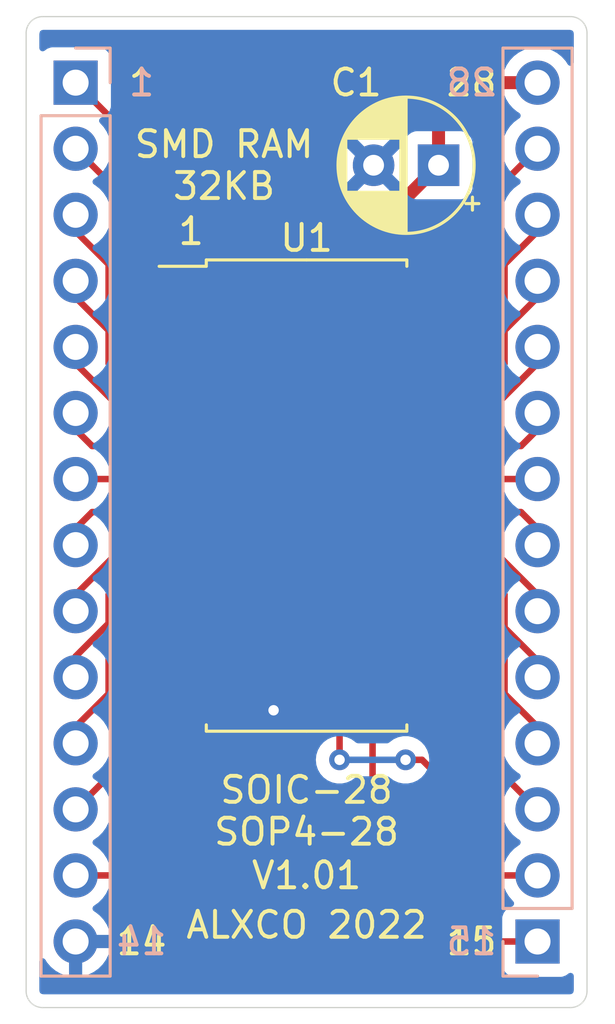
<source format=kicad_pcb>
(kicad_pcb (version 20211014) (generator pcbnew)
  (layers (0 "F.Cu" signal) (31 "B.Cu" signal) (34 "B.Paste" user) (35 "F.Paste" user) (36 "B.SilkS" user "B.Silkscreen") (37 "F.SilkS" user "F.Silkscreen") (38 "B.Mask" user) (39 "F.Mask" user) (44 "Edge.Cuts" user))
  (net 0 "")
  (net 1 "GND")
  (net 2 "+5V")
  (net 3 "/D2")
  (net 4 "/D1")
  (net 5 "/D0")
  (net 6 "/A0")
  (net 7 "/A1")
  (net 8 "/A2")
  (net 9 "/A3")
  (net 10 "/A4")
  (net 11 "/A5")
  (net 12 "/A6")
  (net 13 "/A7")
  (net 14 "/A12")
  (net 15 "/AA14")
  (net 16 "/WR_N")
  (net 17 "/AA13")
  (net 18 "/A8")
  (net 19 "/A9")
  (net 20 "/A11")
  (net 21 "/RD_N")
  (net 22 "/A10")
  (net 23 "/RAMCS_N")
  (net 24 "/D7")
  (net 25 "/D6")
  (net 26 "/D5")
  (net 27 "/D4")
  (net 28 "/D3")
  (footprint "Capacitor_THT:CP_Radial_D5.0mm_P2.50mm" (layer "F.Cu") (at 41.91 28.575 180)
    (fp_text reference "C1" (at 3.175 3.175) (layer "F.SilkS"))
    (fp_text value "100n")
    (fp_line (start 3.051 1.04) (end 3.051 1.864) (layer "F.SilkS") (width 0.12))
    (fp_line (start 3.171 1.04) (end 3.171 1.743) (layer "F.SilkS") (width 0.12))
    (fp_line (start 3.251 1.04) (end 3.251 1.653) (layer "F.SilkS") (width 0.12))
    (fp_line (start 2.291 -2.365) (end 2.291 -1.04) (layer "F.SilkS") (width 0.12))
    (fp_line (start 2.171 1.04) (end 2.171 2.414) (layer "F.SilkS") (width 0.12))
    (fp_line (start 2.731 -2.122) (end 2.731 -1.04) (layer "F.SilkS") (width 0.12))
    (fp_line (start 2.531 1.04) (end 2.531 2.247) (layer "F.SilkS") (width 0.12))
    (fp_line (start 2.691 1.04) (end 2.691 2.149) (layer "F.SilkS") (width 0.12))
    (fp_line (start 3.531 -1.251) (end 3.531 -1.04) (layer "F.SilkS") (width 0.12))
    (fp_line (start 2.091 1.04) (end 2.091 2.442) (layer "F.SilkS") (width 0.12))
    (fp_line (start 3.211 -1.699) (end 3.211 -1.04) (layer "F.SilkS") (width 0.12))
    (fp_line (start -1.554775 -1.475) (end -1.054775 -1.475) (layer "F.SilkS") (width 0.12))
    (fp_line (start 1.25 -2.58) (end 1.25 2.58) (layer "F.SilkS") (width 0.12))
    (fp_line (start 1.53 -2.565) (end 1.53 -1.04) (layer "F.SilkS") (width 0.12))
    (fp_line (start 3.371 -1.5) (end 3.371 -1.04) (layer "F.SilkS") (width 0.12))
    (fp_line (start 1.69 -2.543) (end 1.69 -1.04) (layer "F.SilkS") (width 0.12))
    (fp_line (start 1.61 -2.556) (end 1.61 -1.04) (layer "F.SilkS") (width 0.12))
    (fp_line (start 1.85 1.04) (end 1.85 2.511) (layer "F.SilkS") (width 0.12))
    (fp_line (start 3.851 -0.284) (end 3.851 0.284) (layer "F.SilkS") (width 0.12))
    (fp_line (start 2.771 1.04) (end 2.771 2.095) (layer "F.SilkS") (width 0.12))
    (fp_line (start 1.45 -2.573) (end 1.45 2.573) (layer "F.SilkS") (width 0.12))
    (fp_line (start 2.131 -2.428) (end 2.131 -1.04) (layer "F.SilkS") (width 0.12))
    (fp_line (start 2.251 -2.382) (end 2.251 -1.04) (layer "F.SilkS") (width 0.12))
    (fp_line (start 1.77 -2.528) (end 1.77 -1.04) (layer "F.SilkS") (width 0.12))
    (fp_line (start 3.411 1.04) (end 3.411 1.443) (layer "F.SilkS") (width 0.12))
    (fp_line (start 3.171 -1.743) (end 3.171 -1.04) (layer "F.SilkS") (width 0.12))
    (fp_line (start 3.651 -1.011) (end 3.651 1.011) (layer "F.SilkS") (width 0.12))
    (fp_line (start 2.171 -2.414) (end 2.171 -1.04) (layer "F.SilkS") (width 0.12))
    (fp_line (start 2.011 1.04) (end 2.011 2.468) (layer "F.SilkS") (width 0.12))
    (fp_line (start 2.651 -2.175) (end 2.651 -1.04) (layer "F.SilkS") (width 0.12))
    (fp_line (start 3.331 -1.554) (end 3.331 -1.04) (layer "F.SilkS") (width 0.12))
    (fp_line (start 3.091 1.04) (end 3.091 1.826) (layer "F.SilkS") (width 0.12))
    (fp_line (start 2.291 1.04) (end 2.291 2.365) (layer "F.SilkS") (width 0.12))
    (fp_line (start 3.811 -0.518) (end 3.811 0.518) (layer "F.SilkS") (width 0.12))
    (fp_line (start 3.411 -1.443) (end 3.411 -1.04) (layer "F.SilkS") (width 0.12))
    (fp_line (start 1.65 1.04) (end 1.65 2.55) (layer "F.SilkS") (width 0.12))
    (fp_line (start 2.971 1.04) (end 2.971 1.937) (layer "F.SilkS") (width 0.12))
    (fp_line (start 2.891 1.04) (end 2.891 2.004) (layer "F.SilkS") (width 0.12))
    (fp_line (start 3.051 -1.864) (end 3.051 -1.04) (layer "F.SilkS") (width 0.12))
    (fp_line (start 1.89 -2.501) (end 1.89 -1.04) (layer "F.SilkS") (width 0.12))
    (fp_line (start 2.491 -2.268) (end 2.491 -1.04) (layer "F.SilkS") (width 0.12))
    (fp_line (start 1.81 1.04) (end 1.81 2.52) (layer "F.SilkS") (width 0.12))
    (fp_line (start 2.811 1.04) (end 2.811 2.065) (layer "F.SilkS") (width 0.12))
    (fp_line (start 2.851 -2.035) (end 2.851 -1.04) (layer "F.SilkS") (width 0.12))
    (fp_line (start 2.771 -2.095) (end 2.771 -1.04) (layer "F.SilkS") (width 0.12))
    (fp_line (start 2.571 1.04) (end 2.571 2.224) (layer "F.SilkS") (width 0.12))
    (fp_line (start 1.57 1.04) (end 1.57 2.561) (layer "F.SilkS") (width 0.12))
    (fp_line (start 3.611 -1.098) (end 3.611 1.098) (layer "F.SilkS") (width 0.12))
    (fp_line (start 2.851 1.04) (end 2.851 2.035) (layer "F.SilkS") (width 0.12))
    (fp_line (start 3.491 -1.319) (end 3.491 -1.04) (layer "F.SilkS") (width 0.12))
    (fp_line (start 1.93 -2.491) (end 1.93 -1.04) (layer "F.SilkS") (width 0.12))
    (fp_line (start 1.41 -2.576) (end 1.41 2.576) (layer "F.SilkS") (width 0.12))
    (fp_line (start 2.491 1.04) (end 2.491 2.268) (layer "F.SilkS") (width 0.12))
    (fp_line (start 3.771 -0.677) (end 3.771 0.677) (layer "F.SilkS") (width 0.12))
    (fp_line (start 3.331 1.04) (end 3.331 1.554) (layer "F.SilkS") (width 0.12))
    (fp_line (start 3.211 1.04) (end 3.211 1.699) (layer "F.SilkS") (width 0.12))
    (fp_line (start 3.011 1.04) (end 3.011 1.901) (layer "F.SilkS") (width 0.12))
    (fp_line (start 2.251 1.04) (end 2.251 2.382) (layer "F.SilkS") (width 0.12))
    (fp_line (start 2.211 1.04) (end 2.211 2.398) (layer "F.SilkS") (width 0.12))
    (fp_line (start 2.091 -2.442) (end 2.091 -1.04) (layer "F.SilkS") (width 0.12))
    (fp_line (start 3.451 1.04) (end 3.451 1.383) (layer "F.SilkS") (width 0.12))
    (fp_line (start 2.011 -2.468) (end 2.011 -1.04) (layer "F.SilkS") (width 0.12))
    (fp_line (start 2.971 -1.937) (end 2.971 -1.04) (layer "F.SilkS") (width 0.12))
    (fp_line (start 2.371 -2.329) (end 2.371 -1.04) (layer "F.SilkS") (width 0.12))
    (fp_line (start 1.971 1.04) (end 1.971 2.48) (layer "F.SilkS") (width 0.12))
    (fp_line (start 2.611 -2.2) (end 2.611 -1.04) (layer "F.SilkS") (width 0.12))
    (fp_line (start 2.691 -2.149) (end 2.691 -1.04) (layer "F.SilkS") (width 0.12))
    (fp_line (start 3.131 -1.785) (end 3.131 -1.04) (layer "F.SilkS") (width 0.12))
    (fp_line (start 3.691 -0.915) (end 3.691 0.915) (layer "F.SilkS") (width 0.12))
    (fp_line (start 3.531 1.04) (end 3.531 1.251) (layer "F.SilkS") (width 0.12))
    (fp_line (start 3.371 1.04) (end 3.371 1.5) (layer "F.SilkS") (width 0.12))
    (fp_line (start 3.291 -1.605) (end 3.291 -1.04) (layer "F.SilkS") (width 0.12))
    (fp_line (start 1.971 -2.48) (end 1.971 -1.04) (layer "F.SilkS") (width 0.12))
    (fp_line (start 1.61 1.04) (end 1.61 2.556) (layer "F.SilkS") (width 0.12))
    (fp_line (start 3.731 -0.805) (end 3.731 0.805) (layer "F.SilkS") (width 0.12))
    (fp_line (start 1.49 -2.569) (end 1.49 -1.04) (layer "F.SilkS") (width 0.12))
    (fp_line (start 2.371 1.04) (end 2.371 2.329) (layer "F.SilkS") (width 0.12))
    (fp_line (start 1.29 -2.58) (end 1.29 2.58) (layer "F.SilkS") (width 0.12))
    (fp_line (start 2.571 -2.224) (end 2.571 -1.04) (layer "F.SilkS") (width 0.12))
    (fp_line (start 2.411 -2.31) (end 2.411 -1.04) (layer "F.SilkS") (width 0.12))
    (fp_line (start 1.49 1.04) (end 1.49 2.569) (layer "F.SilkS") (width 0.12))
    (fp_line (start 1.37 -2.578) (end 1.37 2.578) (layer "F.SilkS") (width 0.12))
    (fp_line (start 1.73 -2.536) (end 1.73 -1.04) (layer "F.SilkS") (width 0.12))
    (fp_line (start 1.73 1.04) (end 1.73 2.536) (layer "F.SilkS") (width 0.12))
    (fp_line (start 2.051 -2.455) (end 2.051 -1.04) (layer "F.SilkS") (width 0.12))
    (fp_line (start 3.451 -1.383) (end 3.451 -1.04) (layer "F.SilkS") (width 0.12))
    (fp_line (start 2.611 1.04) (end 2.611 2.2) (layer "F.SilkS") (width 0.12))
    (fp_line (start 2.651 1.04) (end 2.651 2.175) (layer "F.SilkS") (width 0.12))
    (fp_line (start 2.051 1.04) (end 2.051 2.455) (layer "F.SilkS") (width 0.12))
    (fp_line (start 3.491 1.04) (end 3.491 1.319) (layer "F.SilkS") (width 0.12))
    (fp_line (start 2.451 1.04) (end 2.451 2.29) (layer "F.SilkS") (width 0.12))
    (fp_line (start 2.931 -1.971) (end 2.931 -1.04) (layer "F.SilkS") (width 0.12))
    (fp_line (start 2.931 1.04) (end 2.931 1.971) (layer "F.SilkS") (width 0.12))
    (fp_line (start 1.53 1.04) (end 1.53 2.565) (layer "F.SilkS") (width 0.12))
    (fp_line (start 2.411 1.04) (end 2.411 2.31) (layer "F.SilkS") (width 0.12))
    (fp_line (start 1.65 -2.55) (end 1.65 -1.04) (layer "F.SilkS") (width 0.12))
    (fp_line (start 1.33 -2.579) (end 1.33 2.579) (layer "F.SilkS") (width 0.12))
    (fp_line (start 1.77 1.04) (end 1.77 2.528) (layer "F.SilkS") (width 0.12))
    (fp_line (start 3.131 1.04) (end 3.131 1.785) (layer "F.SilkS") (width 0.12))
    (fp_line (start 2.731 1.04) (end 2.731 2.122) (layer "F.SilkS") (width 0.12))
    (fp_line (start 3.251 -1.653) (end 3.251 -1.04) (layer "F.SilkS") (width 0.12))
    (fp_line (start 2.211 -2.398) (end 2.211 -1.04) (layer "F.SilkS") (width 0.12))
    (fp_line (start 2.331 -2.348) (end 2.331 -1.04) (layer "F.SilkS") (width 0.12))
    (fp_line (start 2.531 -2.247) (end 2.531 -1.04) (layer "F.SilkS") (width 0.12))
    (fp_line (start 2.811 -2.065) (end 2.811 -1.04) (layer "F.SilkS") (width 0.12))
    (fp_line (start 1.89 1.04) (end 1.89 2.501) (layer "F.SilkS") (width 0.12))
    (fp_line (start 3.571 -1.178) (end 3.571 1.178) (layer "F.SilkS") (width 0.12))
    (fp_line (start 2.451 -2.29) (end 2.451 -1.04) (layer "F.SilkS") (width 0.12))
    (fp_line (start 3.091 -1.826) (end 3.091 -1.04) (layer "F.SilkS") (width 0.12))
    (fp_line (start 2.131 1.04) (end 2.131 2.428) (layer "F.SilkS") (width 0.12))
    (fp_line (start 1.57 -2.561) (end 1.57 -1.04) (layer "F.SilkS") (width 0.12))
    (fp_line (start -1.304775 -1.725) (end -1.304775 -1.225) (layer "F.SilkS") (width 0.12))
    (fp_line (start 2.331 1.04) (end 2.331 2.348) (layer "F.SilkS") (width 0.12))
    (fp_line (start 1.93 1.04) (end 1.93 2.491) (layer "F.SilkS") (width 0.12))
    (fp_line (start 3.011 -1.901) (end 3.011 -1.04) (layer "F.SilkS") (width 0.12))
    (fp_line (start 2.891 -2.004) (end 2.891 -1.04) (layer "F.SilkS") (width 0.12))
    (fp_line (start 3.291 1.04) (end 3.291 1.605) (layer "F.SilkS") (width 0.12))
    (fp_line (start 1.69 1.04) (end 1.69 2.543) (layer "F.SilkS") (width 0.12))
    (fp_line (start 1.85 -2.511) (end 1.85 -1.04) (layer "F.SilkS") (width 0.12))
    (fp_line (start 1.81 -2.52) (end 1.81 -1.04) (layer "F.SilkS") (width 0.12))
    (fp_circle (center 1.25 0) (end 3.87 0) (layer "F.SilkS") (width 0.12) (fill none))
    (pad "1" thru_hole rect locked (at 0 0 180) (size 1.6 1.6) (drill 0.8) (layers *.Cu *.Mask) (net 2 "+5V"))
    (pad "2" thru_hole circle locked (at 2.5 0 180) (size 1.6 1.6) (drill 0.8) (layers *.Cu *.Mask) (net 1 "GND"))
  )
  (footprint "RAMboard:SOIC-28custom" (layer "F.Cu") (at 36.83 41.275)
    (fp_text reference "U1" (at 0 -9.9) (layer "F.SilkS"))
    (fp_text value "FM18W08-SG")
    (fp_line (start 0 -9.06) (end -3.86 -9.06) (layer "F.SilkS") (width 0.12))
    (fp_line (start 0 9.06) (end 3.86 9.06) (layer "F.SilkS") (width 0.12))
    (fp_line (start 0 -9.06) (end 3.86 -9.06) (layer "F.SilkS") (width 0.12))
    (fp_line (start 3.86 -9.06) (end 3.86 -8.815) (layer "F.SilkS") (width 0.12))
    (fp_line (start 3.86 9.06) (end 3.86 8.815) (layer "F.SilkS") (width 0.12))
    (fp_line (start -3.86 9.06) (end -3.86 8.815) (layer "F.SilkS") (width 0.12))
    (fp_line (start -3.86 -9.06) (end -3.86 -8.815) (layer "F.SilkS") (width 0.12))
    (fp_line (start 0 9.06) (end -3.86 9.06) (layer "F.SilkS") (width 0.12))
    (fp_line (start -3.86 -8.815) (end -5.675 -8.815) (layer "F.SilkS") (width 0.12))
    (pad "1" smd roundrect locked (at -4.65 -8.255) (size 3 0.8) (layers "F.Cu" "F.Paste" "F.Mask") (net 15 "/AA14"))
    (pad "2" smd roundrect locked (at -4.65 -6.985) (size 3 0.8) (layers "F.Cu" "F.Paste" "F.Mask") (net 14 "/A12"))
    (pad "3" smd roundrect locked (at -4.65 -5.715) (size 3 0.8) (layers "F.Cu" "F.Paste" "F.Mask") (net 13 "/A7"))
    (pad "4" smd roundrect locked (at -4.65 -4.445) (size 3 0.8) (layers "F.Cu" "F.Paste" "F.Mask") (net 12 "/A6"))
    (pad "5" smd roundrect locked (at -4.65 -3.175) (size 3 0.8) (layers "F.Cu" "F.Paste" "F.Mask") (net 11 "/A5"))
    (pad "6" smd roundrect locked (at -4.65 -1.905) (size 3 0.8) (layers "F.Cu" "F.Paste" "F.Mask") (net 10 "/A4"))
    (pad "7" smd roundrect locked (at -4.65 -0.635) (size 3 0.8) (layers "F.Cu" "F.Paste" "F.Mask") (net 9 "/A3"))
    (pad "8" smd roundrect locked (at -4.65 0.635) (size 3 0.8) (layers "F.Cu" "F.Paste" "F.Mask") (net 8 "/A2"))
    (pad "9" smd roundrect locked (at -4.65 1.905) (size 3 0.8) (layers "F.Cu" "F.Paste" "F.Mask") (net 7 "/A1"))
    (pad "10" smd roundrect locked (at -4.65 3.175) (size 3 0.8) (layers "F.Cu" "F.Paste" "F.Mask") (net 6 "/A0"))
    (pad "11" smd roundrect locked (at -4.65 4.445) (size 3 0.8) (layers "F.Cu" "F.Paste" "F.Mask") (net 5 "/D0"))
    (pad "12" smd roundrect locked (at -4.65 5.715) (size 3 0.8) (layers "F.Cu" "F.Paste" "F.Mask") (net 4 "/D1"))
    (pad "13" smd roundrect locked (at -4.65 6.985) (size 3 0.8) (layers "F.Cu" "F.Paste" "F.Mask") (net 3 "/D2"))
    (pad "14" smd roundrect locked (at -4.65 8.255) (size 3 0.8) (layers "F.Cu" "F.Paste" "F.Mask") (net 1 "GND"))
    (pad "15" smd roundrect locked (at 4.65 8.255) (size 3 0.8) (layers "F.Cu" "F.Paste" "F.Mask") (net 28 "/D3"))
    (pad "16" smd roundrect locked (at 4.65 6.985) (size 3 0.8) (layers "F.Cu" "F.Paste" "F.Mask") (net 27 "/D4"))
    (pad "17" smd roundrect locked (at 4.65 5.715) (size 3 0.8) (layers "F.Cu" "F.Paste" "F.Mask") (net 26 "/D5"))
    (pad "18" smd roundrect locked (at 4.65 4.445) (size 3 0.8) (layers "F.Cu" "F.Paste" "F.Mask") (net 25 "/D6"))
    (pad "19" smd roundrect locked (at 4.65 3.175) (size 3 0.8) (layers "F.Cu" "F.Paste" "F.Mask") (net 24 "/D7"))
    (pad "20" smd roundrect locked (at 4.65 1.905) (size 3 0.8) (layers "F.Cu" "F.Paste" "F.Mask") (net 23 "/RAMCS_N"))
    (pad "21" smd roundrect locked (at 4.65 0.635) (size 3 0.8) (layers "F.Cu" "F.Paste" "F.Mask") (net 22 "/A10"))
    (pad "22" smd roundrect locked (at 4.65 -0.635) (size 3 0.8) (layers "F.Cu" "F.Paste" "F.Mask") (net 21 "/RD_N"))
    (pad "23" smd roundrect locked (at 4.65 -1.905) (size 3 0.8) (layers "F.Cu" "F.Paste" "F.Mask") (net 20 "/A11"))
    (pad "24" smd roundrect locked (at 4.65 -3.175) (size 3 0.8) (layers "F.Cu" "F.Paste" "F.Mask") (net 19 "/A9"))
    (pad "25" smd roundrect locked (at 4.65 -4.445) (size 3 0.8) (layers "F.Cu" "F.Paste" "F.Mask") (net 18 "/A8"))
    (pad "26" smd roundrect locked (at 4.65 -5.715) (size 3 0.8) (layers "F.Cu" "F.Paste" "F.Mask") (net 17 "/AA13"))
    (pad "27" smd roundrect locked (at 4.65 -6.985) (size 3 0.8) (layers "F.Cu" "F.Paste" "F.Mask") (net 16 "/WR_N"))
    (pad "28" smd roundrect locked (at 4.65 -8.255) (size 3 0.8) (layers "F.Cu" "F.Paste" "F.Mask") (net 2 "+5V"))
  )
  (footprint "Connector_PinHeader_2.54mm:PinHeader_1x14_P2.54mm_Vertical" (layer "B.Cu") (at 27.94 25.4 180)
    (fp_text reference "J1" hide)
    (fp_text value "RAMC_L")
    (fp_line (start -1.33 1.33) (end 0 1.33) (layer "B.SilkS") (width 0.12))
    (fp_line (start 1.33 -1.27) (end 1.33 -34.35) (layer "B.SilkS") (width 0.12))
    (fp_line (start -1.33 -1.27) (end -1.33 -34.35) (layer "B.SilkS") (width 0.12))
    (fp_line (start -1.33 -34.35) (end 1.33 -34.35) (layer "B.SilkS") (width 0.12))
    (fp_line (start -1.33 0) (end -1.33 1.33) (layer "B.SilkS") (width 0.12))
    (fp_line (start -1.33 -1.27) (end 1.33 -1.27) (layer "B.SilkS") (width 0.12))
    (pad "1" thru_hole rect locked (at 0 0 180) (size 1.7 1.7) (drill 1) (layers *.Cu *.Mask) (net 15 "/AA14"))
    (pad "2" thru_hole oval locked (at 0 -2.54 180) (size 1.7 1.7) (drill 1) (layers *.Cu *.Mask) (net 14 "/A12"))
    (pad "3" thru_hole oval locked (at 0 -5.08 180) (size 1.7 1.7) (drill 1) (layers *.Cu *.Mask) (net 13 "/A7"))
    (pad "4" thru_hole oval locked (at 0 -7.62 180) (size 1.7 1.7) (drill 1) (layers *.Cu *.Mask) (net 12 "/A6"))
    (pad "5" thru_hole oval locked (at 0 -10.16 180) (size 1.7 1.7) (drill 1) (layers *.Cu *.Mask) (net 11 "/A5"))
    (pad "6" thru_hole oval locked (at 0 -12.7 180) (size 1.7 1.7) (drill 1) (layers *.Cu *.Mask) (net 10 "/A4"))
    (pad "7" thru_hole oval locked (at 0 -15.24 180) (size 1.7 1.7) (drill 1) (layers *.Cu *.Mask) (net 9 "/A3"))
    (pad "8" thru_hole oval locked (at 0 -17.78 180) (size 1.7 1.7) (drill 1) (layers *.Cu *.Mask) (net 8 "/A2"))
    (pad "9" thru_hole oval locked (at 0 -20.32 180) (size 1.7 1.7) (drill 1) (layers *.Cu *.Mask) (net 7 "/A1"))
    (pad "10" thru_hole oval locked (at 0 -22.86 180) (size 1.7 1.7) (drill 1) (layers *.Cu *.Mask) (net 6 "/A0"))
    (pad "11" thru_hole oval locked (at 0 -25.4 180) (size 1.7 1.7) (drill 1) (layers *.Cu *.Mask) (net 5 "/D0"))
    (pad "12" thru_hole oval locked (at 0 -27.94 180) (size 1.7 1.7) (drill 1) (layers *.Cu *.Mask) (net 4 "/D1"))
    (pad "13" thru_hole oval locked (at 0 -30.48 180) (size 1.7 1.7) (drill 1) (layers *.Cu *.Mask) (net 3 "/D2"))
    (pad "14" thru_hole oval locked (at 0 -33.02 180) (size 1.7 1.7) (drill 1) (layers *.Cu *.Mask) (net 1 "GND"))
  )
  (footprint "Connector_PinHeader_2.54mm:PinHeader_1x14_P2.54mm_Vertical" (layer "B.Cu") (at 45.72 58.42)
    (fp_text reference "J2" hide)
    (fp_text value "RAMC_R")
    (fp_line (start -1.33 0) (end -1.33 1.33) (layer "B.SilkS") (width 0.12))
    (fp_line (start -1.33 -34.35) (end 1.33 -34.35) (layer "B.SilkS") (width 0.12))
    (fp_line (start -1.33 -1.27) (end 1.33 -1.27) (layer "B.SilkS") (width 0.12))
    (fp_line (start 1.33 -1.27) (end 1.33 -34.35) (layer "B.SilkS") (width 0.12))
    (fp_line (start -1.33 -1.27) (end -1.33 -34.35) (layer "B.SilkS") (width 0.12))
    (fp_line (start -1.33 1.33) (end 0 1.33) (layer "B.SilkS") (width 0.12))
    (pad "1" thru_hole rect locked (at 0 0) (size 1.7 1.7) (drill 1) (layers *.Cu *.Mask) (net 28 "/D3"))
    (pad "2" thru_hole oval locked (at 0 -2.54) (size 1.7 1.7) (drill 1) (layers *.Cu *.Mask) (net 27 "/D4"))
    (pad "3" thru_hole oval locked (at 0 -5.08) (size 1.7 1.7) (drill 1) (layers *.Cu *.Mask) (net 26 "/D5"))
    (pad "4" thru_hole oval locked (at 0 -7.62) (size 1.7 1.7) (drill 1) (layers *.Cu *.Mask) (net 25 "/D6"))
    (pad "5" thru_hole oval locked (at 0 -10.16) (size 1.7 1.7) (drill 1) (layers *.Cu *.Mask) (net 24 "/D7"))
    (pad "6" thru_hole oval locked (at 0 -12.7) (size 1.7 1.7) (drill 1) (layers *.Cu *.Mask) (net 23 "/RAMCS_N"))
    (pad "7" thru_hole oval locked (at 0 -15.24) (size 1.7 1.7) (drill 1) (layers *.Cu *.Mask) (net 22 "/A10"))
    (pad "8" thru_hole oval locked (at 0 -17.78) (size 1.7 1.7) (drill 1) (layers *.Cu *.Mask) (net 21 "/RD_N"))
    (pad "9" thru_hole oval locked (at 0 -20.32) (size 1.7 1.7) (drill 1) (layers *.Cu *.Mask) (net 20 "/A11"))
    (pad "10" thru_hole oval locked (at 0 -22.86) (size 1.7 1.7) (drill 1) (layers *.Cu *.Mask) (net 19 "/A9"))
    (pad "11" thru_hole oval locked (at 0 -25.4) (size 1.7 1.7) (drill 1) (layers *.Cu *.Mask) (net 18 "/A8"))
    (pad "12" thru_hole oval locked (at 0 -27.94) (size 1.7 1.7) (drill 1) (layers *.Cu *.Mask) (net 17 "/AA13"))
    (pad "13" thru_hole oval locked (at 0 -30.48) (size 1.7 1.7) (drill 1) (layers *.Cu *.Mask) (net 16 "/WR_N"))
    (pad "14" thru_hole oval locked (at 0 -33.02) (size 1.7 1.7) (drill 1) (layers *.Cu *.Mask) (net 2 "+5V"))
  )
  (gr_line (start 26.035 23.495) (end 26.035 60.325) (layer "Edge.Cuts") (width 0.05))
  (gr_arc (start 46.99 22.86) (mid 47.439013 23.045987) (end 47.625 23.495) (layer "Edge.Cuts") (width 0.05))
  (gr_line (start 26.67 22.86) (end 46.99 22.86) (layer "Edge.Cuts") (width 0.05))
  (gr_arc (start 26.67 60.96) (mid 26.220987 60.774013) (end 26.035 60.325) (layer "Edge.Cuts") (width 0.05))
  (gr_line (start 47.625 60.325) (end 47.625 23.495) (layer "Edge.Cuts") (width 0.05))
  (gr_arc (start 26.035 23.495) (mid 26.220987 23.045987) (end 26.67 22.86) (layer "Edge.Cuts") (width 0.05))
  (gr_arc (start 47.625 60.325) (mid 47.439013 60.774013) (end 46.99 60.96) (layer "Edge.Cuts") (width 0.05))
  (gr_line (start 26.67 60.96) (end 46.99 60.96) (layer "Edge.Cuts") (width 0.05))
  (gr_text "28" (at 43.18 25.4) (layer "B.SilkS") (effects (font (size 1 1)) (justify mirror)))
  (gr_text "15" (at 43.18 58.42) (layer "B.SilkS") (effects (font (size 1 1)) (justify mirror)))
  (gr_text "1" (at 30.48 25.4) (layer "B.SilkS") (effects (font (size 1 1)) (justify mirror)))
  (gr_text "14" (at 30.48 58.42) (layer "B.SilkS") (effects (font (size 1 1)) (justify mirror)))
  (gr_text "1" (at 30.48 25.4) (layer "F.SilkS") (effects (font (size 1 1))))
  (gr_text "V1.01" (at 36.83 55.88) (layer "F.SilkS") (effects (font (size 1 1))))
  (gr_text "15" (at 43.18 58.42) (layer "F.SilkS") (effects (font (size 1 1))))
  (gr_text "28" (at 43.18 25.4) (layer "F.SilkS") (effects (font (size 1 1))))
  (gr_text "1" (at 32.385 31.115) (layer "F.SilkS") (effects (font (size 1 1))))
  (gr_text "SOIC-28\nSOP4-28" (at 36.83 53.4) (layer "F.SilkS") (effects (font (size 1 1))))
  (gr_text "SMD RAM\n32KB" (at 33.655 28.575) (layer "F.SilkS") (effects (font (size 1 1))))
  (gr_text "ALXCO 2022" (at 36.83 57.785) (layer "F.SilkS") (effects (font (size 1 1))))
  (gr_text "14" (at 30.48 58.42) (layer "F.SilkS") (effects (font (size 1 1))))
  (segment (start 32.18 49.53) (end 35.56 49.53) (width 0.5) (layer "F.Cu") (net 1))
  (via (at 35.56 49.53) (size 0.8) (drill 0.4) (layers "F.Cu" "B.Cu") (net 1))
  (segment (start 41.48 33.02) (end 39.37 33.02) (width 0.5) (layer "F.Cu") (net 2))
  (segment (start 41.91 28.575) (end 41.91 26.67) (width 0.5) (layer "F.Cu") (net 2))
  (segment (start 39.37 33.02) (end 38.735 32.385) (width 0.5) (layer "F.Cu") (net 2))
  (segment (start 38.735 31.75) (end 41.91 28.575) (width 0.5) (layer "F.Cu") (net 2))
  (segment (start 41.91 26.67) (end 43.18 25.4) (width 0.5) (layer "F.Cu") (net 2))
  (segment (start 38.735 32.385) (end 38.735 31.75) (width 0.5) (layer "F.Cu") (net 2))
  (segment (start 43.18 25.4) (end 45.72 25.4) (width 0.5) (layer "F.Cu") (net 2))
  (segment (start 36.195 48.26) (end 36.83 48.895) (width 0.25) (layer "F.Cu") (net 3))
  (segment (start 32.18 48.26) (end 36.195 48.26) (width 0.25) (layer "F.Cu") (net 3))
  (segment (start 31.115 55.88) (end 27.94 55.88) (width 0.25) (layer "F.Cu") (net 3))
  (segment (start 36.83 50.165) (end 31.115 55.88) (width 0.25) (layer "F.Cu") (net 3))
  (segment (start 36.83 48.895) (end 36.83 50.165) (width 0.25) (layer "F.Cu") (net 3))
  (segment (start 29.845 47.625) (end 29.845 51.435) (width 0.25) (layer "F.Cu") (net 4))
  (segment (start 29.845 51.435) (end 27.94 53.34) (width 0.25) (layer "F.Cu") (net 4))
  (segment (start 30.48 46.99) (end 29.845 47.625) (width 0.25) (layer "F.Cu") (net 4))
  (segment (start 32.18 46.99) (end 30.48 46.99) (width 0.25) (layer "F.Cu") (net 4))
  (segment (start 32.18 45.72) (end 30.48 45.72) (width 0.25) (layer "F.Cu") (net 5))
  (segment (start 30.48 45.72) (end 29.21 46.99) (width 0.25) (layer "F.Cu") (net 5))
  (segment (start 29.21 46.99) (end 29.21 48.895) (width 0.25) (layer "F.Cu") (net 5))
  (segment (start 27.94 50.165) (end 27.94 50.8) (width 0.25) (layer "F.Cu") (net 5))
  (segment (start 29.21 48.895) (end 27.94 50.165) (width 0.25) (layer "F.Cu") (net 5))
  (segment (start 29.21 46.189002) (end 27.94 47.459002) (width 0.25) (layer "F.Cu") (net 6))
  (segment (start 32.18 44.45) (end 29.845 44.45) (width 0.25) (layer "F.Cu") (net 6))
  (segment (start 29.845 44.45) (end 29.21 45.085) (width 0.25) (layer "F.Cu") (net 6))
  (segment (start 29.21 45.085) (end 29.21 46.189002) (width 0.25) (layer "F.Cu") (net 6))
  (segment (start 27.94 47.459002) (end 27.94 48.26) (width 0.25) (layer "F.Cu") (net 6))
  (segment (start 27.94 45.085) (end 27.94 45.72) (width 0.25) (layer "F.Cu") (net 7))
  (segment (start 32.18 43.18) (end 29.845 43.18) (width 0.25) (layer "F.Cu") (net 7))
  (segment (start 29.845 43.18) (end 27.94 45.085) (width 0.25) (layer "F.Cu") (net 7))
  (segment (start 28.575 41.91) (end 27.94 42.545) (width 0.25) (layer "F.Cu") (net 8))
  (segment (start 27.94 42.545) (end 27.94 43.18) (width 0.25) (layer "F.Cu") (net 8))
  (segment (start 32.18 41.91) (end 28.575 41.91) (width 0.25) (layer "F.Cu") (net 8))
  (segment (start 32.18 40.64) (end 27.94 40.64) (width 0.25) (layer "F.Cu") (net 9))
  (segment (start 28.575 39.37) (end 27.94 38.735) (width 0.25) (layer "F.Cu") (net 10))
  (segment (start 32.18 39.37) (end 28.575 39.37) (width 0.25) (layer "F.Cu") (net 10))
  (segment (start 27.94 38.735) (end 27.94 38.1) (width 0.25) (layer "F.Cu") (net 10))
  (segment (start 29.845 38.1) (end 27.94 36.195) (width 0.25) (layer "F.Cu") (net 11))
  (segment (start 27.94 36.195) (end 27.94 35.56) (width 0.25) (layer "F.Cu") (net 11))
  (segment (start 32.18 38.1) (end 29.845 38.1) (width 0.25) (layer "F.Cu") (net 11))
  (segment (start 29.21 36.195) (end 29.21 34.925) (width 0.25) (layer "F.Cu") (net 12))
  (segment (start 27.94 33.655) (end 27.94 33.02) (width 0.25) (layer "F.Cu") (net 12))
  (segment (start 32.18 36.83) (end 29.845 36.83) (width 0.25) (layer "F.Cu") (net 12))
  (segment (start 29.845 36.83) (end 29.21 36.195) (width 0.25) (layer "F.Cu") (net 12))
  (segment (start 29.21 34.925) (end 27.94 33.655) (width 0.25) (layer "F.Cu") (net 12))
  (segment (start 30.48 35.56) (end 29.66001 34.74001) (width 0.25) (layer "F.Cu") (net 13))
  (segment (start 27.94 31.115) (end 27.94 30.48) (width 0.25) (layer "F.Cu") (net 13))
  (segment (start 29.21 34.28859) (end 29.21 32.385) (width 0.25) (layer "F.Cu") (net 13))
  (segment (start 29.21 32.385) (end 27.94 31.115) (width 0.25) (layer "F.Cu") (net 13))
  (segment (start 32.18 35.56) (end 30.48 35.56) (width 0.25) (layer "F.Cu") (net 13))
  (segment (start 29.660009 34.738599) (end 29.21 34.28859) (width 0.25) (layer "F.Cu") (net 13))
  (segment (start 29.66001 34.74001) (end 29.660009 34.738599) (width 0.25) (layer "F.Cu") (net 13))
  (segment (start 29.845 33.455) (end 29.845 29.845) (width 0.25) (layer "F.Cu") (net 14))
  (segment (start 29.845 29.845) (end 27.94 27.94) (width 0.25) (layer "F.Cu") (net 14))
  (segment (start 30.68 34.29) (end 29.845 33.455) (width 0.25) (layer "F.Cu") (net 14))
  (segment (start 32.18 34.29) (end 30.68 34.29) (width 0.25) (layer "F.Cu") (net 14))
  (segment (start 34.29 33.02) (end 32.18 33.02) (width 0.25) (layer "F.Cu") (net 15))
  (segment (start 34.6075 32.7025) (end 34.29 33.02) (width 0.25) (layer "F.Cu") (net 15))
  (segment (start 34.6075 32.7025) (end 34.6075 32.0675) (width 0.25) (layer "F.Cu") (net 15))
  (segment (start 34.6075 32.0675) (end 34.29 31.75) (width 0.25) (layer "F.Cu") (net 15))
  (segment (start 27.94 25.4) (end 34.29 31.75) (width 0.25) (layer "F.Cu") (net 15))
  (segment (start 43.815 33.655) (end 43.815 29.845) (width 0.25) (layer "F.Cu") (net 16))
  (segment (start 43.18 34.29) (end 43.815 33.655) (width 0.25) (layer "F.Cu") (net 16))
  (segment (start 41.48 34.29) (end 43.18 34.29) (width 0.25) (layer "F.Cu") (net 16))
  (segment (start 43.815 29.845) (end 45.72 27.94) (width 0.25) (layer "F.Cu") (net 16))
  (segment (start 43.999991 34.738599) (end 44.45 34.28859) (width 0.25) (layer "F.Cu") (net 17))
  (segment (start 45.72 31.115) (end 45.72 30.48) (width 0.25) (layer "F.Cu") (net 17))
  (segment (start 43.99999 34.74001) (end 43.999991 34.738599) (width 0.25) (layer "F.Cu") (net 17))
  (segment (start 44.45 32.385) (end 45.72 31.115) (width 0.25) (layer "F.Cu") (net 17))
  (segment (start 44.45 34.28859) (end 44.45 32.385) (width 0.25) (layer "F.Cu") (net 17))
  (segment (start 41.48 35.56) (end 43.18 35.56) (width 0.25) (layer "F.Cu") (net 17))
  (segment (start 43.18 35.56) (end 43.99999 34.74001) (width 0.25) (layer "F.Cu") (net 17))
  (segment (start 45.72 33.655) (end 45.72 33.02) (width 0.25) (layer "F.Cu") (net 18))
  (segment (start 43.815 36.83) (end 44.45 36.195) (width 0.25) (layer "F.Cu") (net 18))
  (segment (start 44.45 34.925) (end 45.72 33.655) (width 0.25) (layer "F.Cu") (net 18))
  (segment (start 41.48 36.83) (end 43.815 36.83) (width 0.25) (layer "F.Cu") (net 18))
  (segment (start 44.45 36.195) (end 44.45 34.925) (width 0.25) (layer "F.Cu") (net 18))
  (segment (start 45.72 36.195) (end 45.72 35.56) (width 0.25) (layer "F.Cu") (net 19))
  (segment (start 41.48 38.1) (end 43.815 38.1) (width 0.25) (layer "F.Cu") (net 19))
  (segment (start 43.815 38.1) (end 45.72 36.195) (width 0.25) (layer "F.Cu") (net 19))
  (segment (start 41.48 39.37) (end 45.085 39.37) (width 0.25) (layer "F.Cu") (net 20))
  (segment (start 45.72 38.735) (end 45.72 38.1) (width 0.25) (layer "F.Cu") (net 20))
  (segment (start 45.085 39.37) (end 45.72 38.735) (width 0.25) (layer "F.Cu") (net 20))
  (segment (start 41.48 40.64) (end 45.72 40.64) (width 0.25) (layer "F.Cu") (net 21))
  (segment (start 45.085 41.91) (end 45.72 42.545) (width 0.25) (layer "F.Cu") (net 22))
  (segment (start 41.48 41.91) (end 45.085 41.91) (width 0.25) (layer "F.Cu") (net 22))
  (segment (start 45.72 42.545) (end 45.72 43.18) (width 0.25) (layer "F.Cu") (net 22))
  (segment (start 45.72 45.085) (end 45.72 45.72) (width 0.25) (layer "F.Cu") (net 23))
  (segment (start 41.48 43.18) (end 43.815 43.18) (width 0.25) (layer "F.Cu") (net 23))
  (segment (start 43.815 43.18) (end 45.72 45.085) (width 0.25) (layer "F.Cu") (net 23))
  (segment (start 41.48 44.45) (end 43.815 44.45) (width 0.25) (layer "F.Cu") (net 24))
  (segment (start 44.45 45.085) (end 44.45 46.355) (width 0.25) (layer "F.Cu") (net 24))
  (segment (start 43.815 44.45) (end 44.45 45.085) (width 0.25) (layer "F.Cu") (net 24))
  (segment (start 45.72 47.625) (end 45.72 48.26) (width 0.25) (layer "F.Cu") (net 24))
  (segment (start 44.45 46.355) (end 45.72 47.625) (width 0.25) (layer "F.Cu") (net 24))
  (segment (start 44.45 46.99141) (end 44.45 48.895) (width 0.25) (layer "F.Cu") (net 25))
  (segment (start 43.999991 46.541401) (end 44.45 46.99141) (width 0.25) (layer "F.Cu") (net 25))
  (segment (start 45.72 50.165) (end 45.72 50.8) (width 0.25) (layer "F.Cu") (net 25))
  (segment (start 41.48 45.72) (end 43.18 45.72) (width 0.25) (layer "F.Cu") (net 25))
  (segment (start 43.99999 46.53999) (end 43.999991 46.541401) (width 0.25) (layer "F.Cu") (net 25))
  (segment (start 44.45 48.895) (end 45.72 50.165) (width 0.25) (layer "F.Cu") (net 25))
  (segment (start 43.18 45.72) (end 43.99999 46.53999) (width 0.25) (layer "F.Cu") (net 25))
  (segment (start 41.48 46.99) (end 43.18 46.99) (width 0.25) (layer "F.Cu") (net 26))
  (segment (start 43.815 51.435) (end 45.72 53.34) (width 0.25) (layer "F.Cu") (net 26))
  (segment (start 43.815 47.625) (end 43.815 51.435) (width 0.25) (layer "F.Cu") (net 26))
  (segment (start 43.18 46.99) (end 43.815 47.625) (width 0.25) (layer "F.Cu") (net 26))
  (segment (start 41.91 52.07) (end 41.275 51.435) (width 0.25) (layer "F.Cu") (net 27))
  (segment (start 42.545 54.61) (end 41.91 53.975) (width 0.25) (layer "F.Cu") (net 27))
  (segment (start 43.815 55.88) (end 42.545 54.61) (width 0.25) (layer "F.Cu") (net 27))
  (segment (start 41.91 53.975) (end 41.91 52.07) (width 0.25) (layer "F.Cu") (net 27))
  (segment (start 45.72 55.88) (end 43.815 55.88) (width 0.25) (layer "F.Cu") (net 27))
  (segment (start 41.48 48.26) (end 38.735 48.26) (width 0.25) (layer "F.Cu") (net 27))
  (segment (start 38.1 48.895) (end 38.1 51.435) (width 0.25) (layer "F.Cu") (net 27))
  (segment (start 41.275 51.435) (end 40.64 51.435) (width 0.25) (layer "F.Cu") (net 27))
  (segment (start 38.735 48.26) (end 38.1 48.895) (width 0.25) (layer "F.Cu") (net 27))
  (via (at 38.1 51.435) (size 0.8) (drill 0.4) (layers "F.Cu" "B.Cu") (net 27))
  (via (at 40.64 51.435) (size 0.8) (drill 0.4) (layers "F.Cu" "B.Cu") (net 27))
  (segment (start 38.1 51.435) (end 40.64 51.435) (width 0.25) (layer "B.Cu") (net 27))
  (segment (start 40.005 49.53) (end 39.37 50.165) (width 0.25) (layer "F.Cu") (net 28))
  (segment (start 39.37 51.435) (end 39.37 55.88) (width 0.25) (layer "F.Cu") (net 28))
  (segment (start 41.48 49.53) (end 40.005 49.53) (width 0.25) (layer "F.Cu") (net 28))
  (segment (start 39.37 50.165) (end 39.37 51.435) (width 0.25) (layer "F.Cu") (net 28))
  (segment (start 41.91 58.42) (end 45.72 58.42) (width 0.25) (layer "F.Cu") (net 28))
  (segment (start 39.37 55.88) (end 41.91 58.42) (width 0.25) (layer "F.Cu") (net 28))
  (zone (net 1) (net_name "GND") (layer "B.Cu") (connect_pads (clearance 0.508)) (min_thickness 0.254) (fill yes (thermal_gap 0.508) (thermal_bridge_width 0.508))
    (polygon (pts (xy 47.625 60.96) (xy 26.035 60.96) (xy 26.035 22.86) (xy 47.625 22.86)))
  )
)
</source>
